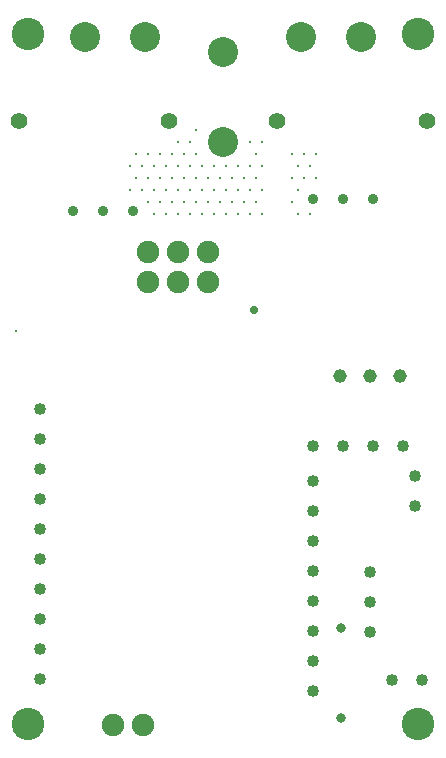
<source format=gbr>
%TF.GenerationSoftware,Altium Limited,Altium Designer,22.10.1 (41)*%
G04 Layer_Color=0*
%FSLAX26Y26*%
%MOIN*%
%TF.SameCoordinates,59CDB8F9-364B-4C5A-A8AF-F7A69B8E0267*%
%TF.FilePolarity,Positive*%
%TF.FileFunction,Plated,1,2,PTH,Drill*%
%TF.Part,Single*%
G01*
G75*
%TA.AperFunction,ComponentDrill*%
%ADD61C,0.100000*%
%ADD62C,0.108268*%
%ADD63C,0.100000*%
%ADD64C,0.040000*%
%ADD65C,0.040000*%
%ADD66C,0.055000*%
%ADD67C,0.045276*%
%ADD68C,0.035433*%
%ADD69C,0.031496*%
%TA.AperFunction,ViaDrill,NotFilled*%
%ADD70C,0.075000*%
%ADD71C,0.010000*%
%ADD72C,0.028000*%
%ADD73C,0.012000*%
D61*
X750000Y2040000D02*
D03*
Y2340000D02*
D03*
D62*
X100000Y2400000D02*
D03*
X1400000D02*
D03*
X100000Y100000D02*
D03*
X1400000D02*
D03*
D63*
X290000Y2390000D02*
D03*
X490000D02*
D03*
X1210000D02*
D03*
X1010000D02*
D03*
D64*
X1050000Y910000D02*
D03*
Y710000D02*
D03*
Y610000D02*
D03*
Y810000D02*
D03*
X1240000Y505000D02*
D03*
Y405000D02*
D03*
Y605000D02*
D03*
X1390000Y925000D02*
D03*
Y825000D02*
D03*
X140000Y1050000D02*
D03*
Y1150000D02*
D03*
X1050000Y510000D02*
D03*
Y410000D02*
D03*
X140000Y650000D02*
D03*
Y750000D02*
D03*
Y250000D02*
D03*
Y350000D02*
D03*
X1050000Y210000D02*
D03*
Y310000D02*
D03*
X140000Y850000D02*
D03*
Y950000D02*
D03*
Y450000D02*
D03*
Y550000D02*
D03*
D65*
X1250000Y1025000D02*
D03*
X1050000D02*
D03*
X1150000D02*
D03*
X1350000D02*
D03*
X1315000Y245000D02*
D03*
X1415000D02*
D03*
D66*
X570000Y2110000D02*
D03*
X70000D02*
D03*
X930000D02*
D03*
X1430000D02*
D03*
D67*
X1340000Y1260000D02*
D03*
X1240000D02*
D03*
X1140000D02*
D03*
D68*
X450000Y1810000D02*
D03*
X350000D02*
D03*
X250000D02*
D03*
X1250000Y1850000D02*
D03*
X1150000D02*
D03*
X1050000D02*
D03*
D69*
X1145000Y420000D02*
D03*
Y120000D02*
D03*
D70*
X485000Y95000D02*
D03*
X385000D02*
D03*
X500000Y1571000D02*
D03*
Y1671000D02*
D03*
X600000Y1571000D02*
D03*
Y1671000D02*
D03*
X700000Y1571000D02*
D03*
Y1671000D02*
D03*
D71*
X1060000Y2000000D02*
D03*
X1040000Y1960000D02*
D03*
X1060000Y1920000D02*
D03*
X1040000Y1800000D02*
D03*
X1020000Y2000000D02*
D03*
X1000000Y1960000D02*
D03*
X1020000Y1920000D02*
D03*
X1000000Y1880000D02*
D03*
Y1800000D02*
D03*
X980000Y2000000D02*
D03*
Y1920000D02*
D03*
Y1840000D02*
D03*
X880000Y2040000D02*
D03*
Y1960000D02*
D03*
Y1880000D02*
D03*
Y1800000D02*
D03*
X840000Y2040000D02*
D03*
X860000Y2000000D02*
D03*
X840000Y1960000D02*
D03*
X860000Y1920000D02*
D03*
X840000Y1880000D02*
D03*
X860000Y1840000D02*
D03*
X840000Y1800000D02*
D03*
X800000Y1960000D02*
D03*
X820000Y1920000D02*
D03*
X800000Y1880000D02*
D03*
X820000Y1840000D02*
D03*
X800000Y1800000D02*
D03*
X760000Y1960000D02*
D03*
X780000Y1920000D02*
D03*
X760000Y1880000D02*
D03*
X780000Y1840000D02*
D03*
X760000Y1800000D02*
D03*
X720000Y1960000D02*
D03*
X740000Y1920000D02*
D03*
X720000Y1880000D02*
D03*
X740000Y1840000D02*
D03*
X720000Y1800000D02*
D03*
X680000Y1960000D02*
D03*
X700000Y1920000D02*
D03*
X680000Y1880000D02*
D03*
X700000Y1840000D02*
D03*
X680000Y1800000D02*
D03*
X660000Y2080000D02*
D03*
X640000Y2040000D02*
D03*
X660000Y2000000D02*
D03*
X640000Y1960000D02*
D03*
X660000Y1920000D02*
D03*
X640000Y1880000D02*
D03*
X660000Y1840000D02*
D03*
X640000Y1800000D02*
D03*
X600000Y2040000D02*
D03*
X620000Y2000000D02*
D03*
X600000Y1960000D02*
D03*
X620000Y1920000D02*
D03*
X600000Y1880000D02*
D03*
X620000Y1840000D02*
D03*
X600000Y1800000D02*
D03*
X580000Y2000000D02*
D03*
X560000Y1960000D02*
D03*
X580000Y1920000D02*
D03*
X560000Y1880000D02*
D03*
X580000Y1840000D02*
D03*
X560000Y1800000D02*
D03*
X540000Y2000000D02*
D03*
X520000Y1960000D02*
D03*
X540000Y1920000D02*
D03*
X520000Y1880000D02*
D03*
X540000Y1840000D02*
D03*
X520000Y1800000D02*
D03*
X500000Y2000000D02*
D03*
X480000Y1960000D02*
D03*
X500000Y1920000D02*
D03*
X480000Y1880000D02*
D03*
X500000Y1840000D02*
D03*
X460000Y2000000D02*
D03*
X440000Y1960000D02*
D03*
X460000Y1920000D02*
D03*
X440000Y1880000D02*
D03*
D72*
X855000Y1480000D02*
D03*
D73*
X60000Y1410000D02*
D03*
%TF.MD5,1ffaabf2333d37dd892a374ff9dd0e59*%
M02*

</source>
